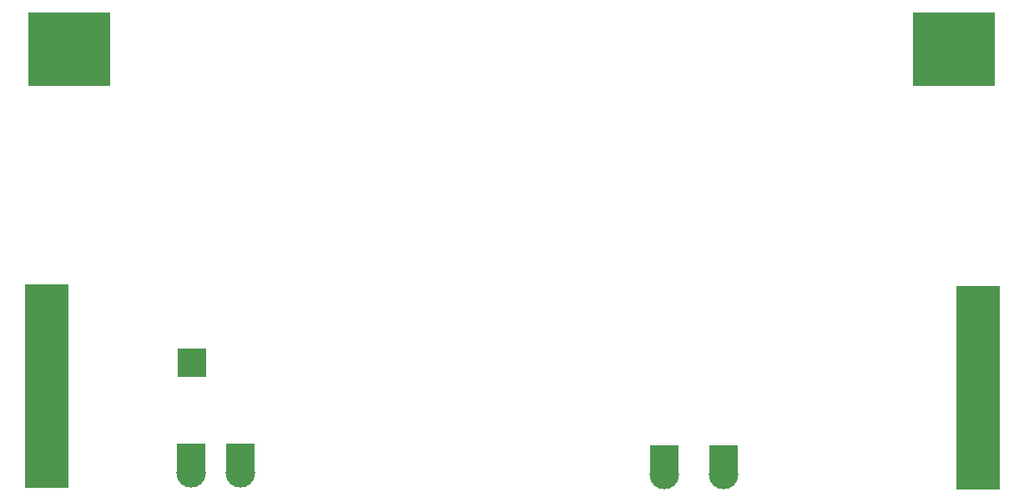
<source format=gtp>
G04*
G04 #@! TF.GenerationSoftware,Altium Limited,Altium Designer,21.0.8 (223)*
G04*
G04 Layer_Color=8421504*
%FSLAX44Y44*%
%MOMM*%
G71*
G04*
G04 #@! TF.SameCoordinates,403E8028-421C-4CEE-AC17-E54D717F3EFD*
G04*
G04*
G04 #@! TF.FilePolarity,Positive*
G04*
G01*
G75*
%ADD14R,3.0000X3.0000*%
%ADD15C,3.0000*%
%ADD16R,8.3250X7.5750*%
%ADD17R,4.5000X20.7000*%
D14*
X175750Y134250D02*
D03*
X715500Y35500D02*
D03*
X655000D02*
D03*
X175000Y37250D02*
D03*
X225000D02*
D03*
D15*
X715500Y20500D02*
D03*
X655000D02*
D03*
X175000Y22250D02*
D03*
X225000D02*
D03*
D16*
X949320Y452042D02*
D03*
X51125Y452625D02*
D03*
D17*
X28500Y110250D02*
D03*
X973250Y108140D02*
D03*
M02*

</source>
